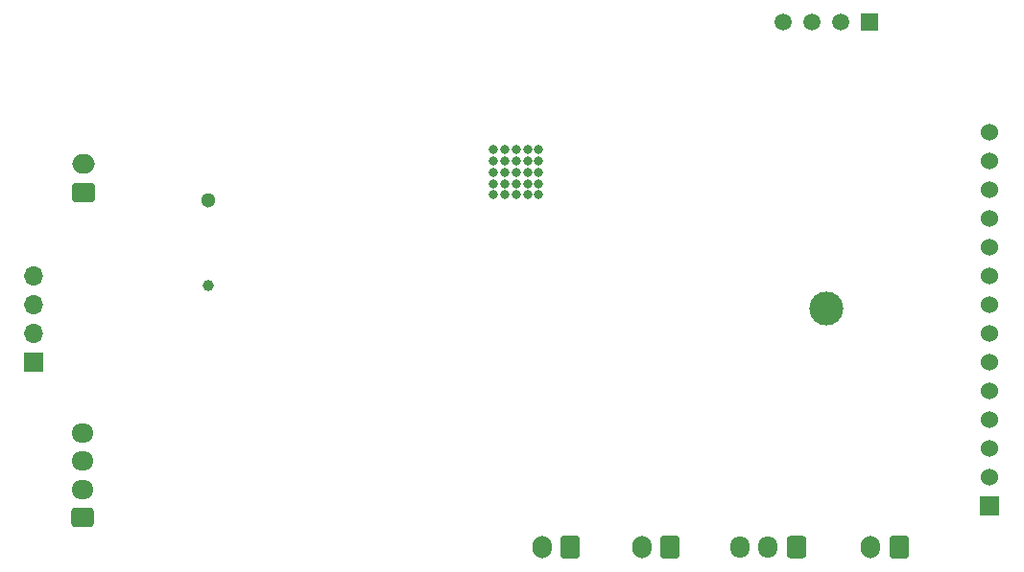
<source format=gbr>
G04 #@! TF.GenerationSoftware,KiCad,Pcbnew,8.0.3-8.0.3-0~ubuntu22.04.1*
G04 #@! TF.CreationDate,2024-07-11T21:40:34+07:00*
G04 #@! TF.ProjectId,kh-gift-hw,6b682d67-6966-4742-9d68-772e6b696361,rev?*
G04 #@! TF.SameCoordinates,Original*
G04 #@! TF.FileFunction,Soldermask,Bot*
G04 #@! TF.FilePolarity,Negative*
%FSLAX46Y46*%
G04 Gerber Fmt 4.6, Leading zero omitted, Abs format (unit mm)*
G04 Created by KiCad (PCBNEW 8.0.3-8.0.3-0~ubuntu22.04.1) date 2024-07-11 21:40:34*
%MOMM*%
%LPD*%
G01*
G04 APERTURE LIST*
G04 Aperture macros list*
%AMRoundRect*
0 Rectangle with rounded corners*
0 $1 Rounding radius*
0 $2 $3 $4 $5 $6 $7 $8 $9 X,Y pos of 4 corners*
0 Add a 4 corners polygon primitive as box body*
4,1,4,$2,$3,$4,$5,$6,$7,$8,$9,$2,$3,0*
0 Add four circle primitives for the rounded corners*
1,1,$1+$1,$2,$3*
1,1,$1+$1,$4,$5*
1,1,$1+$1,$6,$7*
1,1,$1+$1,$8,$9*
0 Add four rect primitives between the rounded corners*
20,1,$1+$1,$2,$3,$4,$5,0*
20,1,$1+$1,$4,$5,$6,$7,0*
20,1,$1+$1,$6,$7,$8,$9,0*
20,1,$1+$1,$8,$9,$2,$3,0*%
G04 Aperture macros list end*
%ADD10RoundRect,0.250000X0.600000X0.750000X-0.600000X0.750000X-0.600000X-0.750000X0.600000X-0.750000X0*%
%ADD11O,1.700000X2.000000*%
%ADD12C,1.000000*%
%ADD13C,1.300000*%
%ADD14R,1.700000X1.700000*%
%ADD15C,1.524000*%
%ADD16O,1.700000X1.700000*%
%ADD17RoundRect,0.250000X0.750000X-0.600000X0.750000X0.600000X-0.750000X0.600000X-0.750000X-0.600000X0*%
%ADD18O,2.000000X1.700000*%
%ADD19C,0.800000*%
%ADD20C,3.000000*%
%ADD21R,1.500000X1.500000*%
%ADD22C,1.500000*%
%ADD23RoundRect,0.250000X0.600000X0.725000X-0.600000X0.725000X-0.600000X-0.725000X0.600000X-0.725000X0*%
%ADD24O,1.700000X1.950000*%
%ADD25RoundRect,0.250000X0.725000X-0.600000X0.725000X0.600000X-0.725000X0.600000X-0.725000X-0.600000X0*%
%ADD26O,1.950000X1.700000*%
G04 APERTURE END LIST*
D10*
X111767000Y-140125000D03*
D11*
X109267000Y-140125000D03*
D12*
X50797000Y-116987500D03*
D13*
X50797000Y-109487500D03*
D14*
X119787000Y-136527500D03*
D15*
X119787000Y-133987500D03*
X119787000Y-131447500D03*
X119787000Y-128907500D03*
X119787000Y-126367500D03*
X119787000Y-123827500D03*
X119787000Y-121287500D03*
X119787000Y-118747500D03*
X119787000Y-116207500D03*
X119787000Y-113667500D03*
X119787000Y-111127500D03*
X119787000Y-108587500D03*
X119787000Y-106047500D03*
X119787000Y-103507500D03*
D14*
X35467000Y-123797500D03*
D16*
X35467000Y-121257500D03*
X35467000Y-118717500D03*
X35467000Y-116177500D03*
D17*
X39869500Y-108787500D03*
D18*
X39869500Y-106287500D03*
D10*
X91592000Y-140087500D03*
D11*
X89092000Y-140087500D03*
D19*
X75992000Y-105007500D03*
X75992000Y-106007500D03*
X75992000Y-107007500D03*
X75992000Y-108007500D03*
X75992000Y-109007500D03*
X76992000Y-105007500D03*
X76992000Y-106007500D03*
X76992000Y-107007500D03*
X76992000Y-108007500D03*
X76992000Y-109007500D03*
X77992000Y-105007500D03*
X77992000Y-106007500D03*
X77992000Y-107007500D03*
X77992000Y-108007500D03*
X77992000Y-109007500D03*
X78992000Y-105007500D03*
X78992000Y-106007500D03*
X78992000Y-107007500D03*
X78992000Y-108007500D03*
X78992000Y-109007500D03*
X79992000Y-105007500D03*
X79992000Y-106007500D03*
X79992000Y-107007500D03*
X79992000Y-108007500D03*
X79992000Y-109007500D03*
D20*
X105385000Y-119048800D03*
D21*
X109195000Y-93748800D03*
D22*
X106655000Y-93748800D03*
X104115000Y-93748800D03*
X101575000Y-93748800D03*
D23*
X102737000Y-140115000D03*
D24*
X100237000Y-140115000D03*
X97737000Y-140115000D03*
D25*
X39779500Y-137517500D03*
D26*
X39779500Y-135017500D03*
X39779500Y-132517500D03*
X39779500Y-130017500D03*
D10*
X82767000Y-140087500D03*
D11*
X80267000Y-140087500D03*
M02*

</source>
